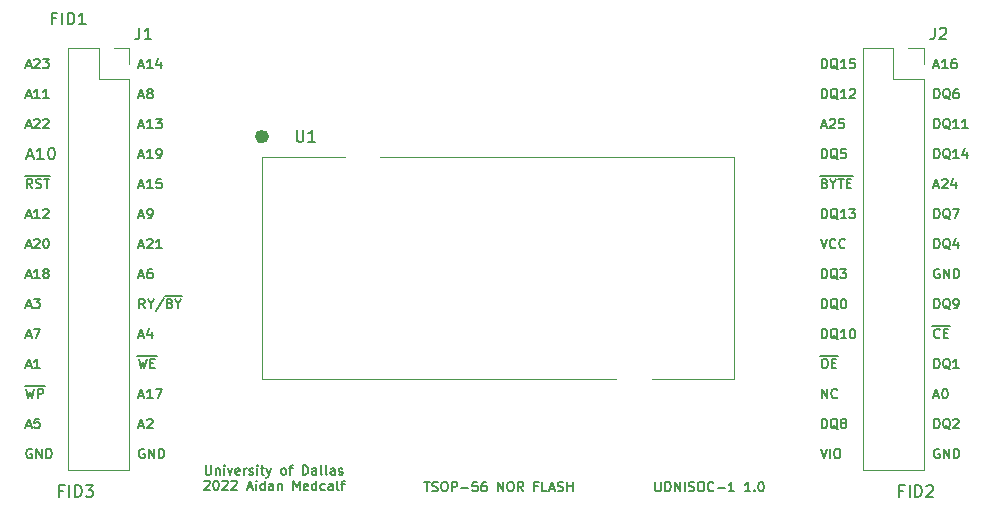
<source format=gbr>
%TF.GenerationSoftware,KiCad,Pcbnew,(6.0.2-0)*%
%TF.CreationDate,2022-04-19T20:24:01-05:00*%
%TF.ProjectId,UDNISOC-1,55444e49-534f-4432-9d31-2e6b69636164,rev?*%
%TF.SameCoordinates,Original*%
%TF.FileFunction,Legend,Top*%
%TF.FilePolarity,Positive*%
%FSLAX46Y46*%
G04 Gerber Fmt 4.6, Leading zero omitted, Abs format (unit mm)*
G04 Created by KiCad (PCBNEW (6.0.2-0)) date 2022-04-19 20:24:01*
%MOMM*%
%LPD*%
G01*
G04 APERTURE LIST*
%ADD10C,0.150000*%
%ADD11C,0.120000*%
%ADD12C,0.598516*%
G04 APERTURE END LIST*
D10*
X200947976Y-105771904D02*
X200947976Y-104971904D01*
X201138452Y-104971904D01*
X201252738Y-105010000D01*
X201328928Y-105086190D01*
X201367023Y-105162380D01*
X201405119Y-105314761D01*
X201405119Y-105429047D01*
X201367023Y-105581428D01*
X201328928Y-105657619D01*
X201252738Y-105733809D01*
X201138452Y-105771904D01*
X200947976Y-105771904D01*
X202281309Y-105848095D02*
X202205119Y-105810000D01*
X202128928Y-105733809D01*
X202014642Y-105619523D01*
X201938452Y-105581428D01*
X201862261Y-105581428D01*
X201900357Y-105771904D02*
X201824166Y-105733809D01*
X201747976Y-105657619D01*
X201709880Y-105505238D01*
X201709880Y-105238571D01*
X201747976Y-105086190D01*
X201824166Y-105010000D01*
X201900357Y-104971904D01*
X202052738Y-104971904D01*
X202128928Y-105010000D01*
X202205119Y-105086190D01*
X202243214Y-105238571D01*
X202243214Y-105505238D01*
X202205119Y-105657619D01*
X202128928Y-105733809D01*
X202052738Y-105771904D01*
X201900357Y-105771904D01*
X203005119Y-105771904D02*
X202547976Y-105771904D01*
X202776547Y-105771904D02*
X202776547Y-104971904D01*
X202700357Y-105086190D01*
X202624166Y-105162380D01*
X202547976Y-105200476D01*
X133599880Y-97923333D02*
X133980833Y-97923333D01*
X133523690Y-98151904D02*
X133790357Y-97351904D01*
X134057023Y-98151904D01*
X134666547Y-97351904D02*
X134514166Y-97351904D01*
X134437976Y-97390000D01*
X134399880Y-97428095D01*
X134323690Y-97542380D01*
X134285595Y-97694761D01*
X134285595Y-97999523D01*
X134323690Y-98075714D01*
X134361785Y-98113809D01*
X134437976Y-98151904D01*
X134590357Y-98151904D01*
X134666547Y-98113809D01*
X134704642Y-98075714D01*
X134742738Y-97999523D01*
X134742738Y-97809047D01*
X134704642Y-97732857D01*
X134666547Y-97694761D01*
X134590357Y-97656666D01*
X134437976Y-97656666D01*
X134361785Y-97694761D01*
X134323690Y-97732857D01*
X134285595Y-97809047D01*
X133599880Y-90303333D02*
X133980833Y-90303333D01*
X133523690Y-90531904D02*
X133790357Y-89731904D01*
X134057023Y-90531904D01*
X134742738Y-90531904D02*
X134285595Y-90531904D01*
X134514166Y-90531904D02*
X134514166Y-89731904D01*
X134437976Y-89846190D01*
X134361785Y-89922380D01*
X134285595Y-89960476D01*
X135466547Y-89731904D02*
X135085595Y-89731904D01*
X135047500Y-90112857D01*
X135085595Y-90074761D01*
X135161785Y-90036666D01*
X135352261Y-90036666D01*
X135428452Y-90074761D01*
X135466547Y-90112857D01*
X135504642Y-90189047D01*
X135504642Y-90379523D01*
X135466547Y-90455714D01*
X135428452Y-90493809D01*
X135352261Y-90531904D01*
X135161785Y-90531904D01*
X135085595Y-90493809D01*
X135047500Y-90455714D01*
X134057023Y-112630000D02*
X133980833Y-112591904D01*
X133866547Y-112591904D01*
X133752261Y-112630000D01*
X133676071Y-112706190D01*
X133637976Y-112782380D01*
X133599880Y-112934761D01*
X133599880Y-113049047D01*
X133637976Y-113201428D01*
X133676071Y-113277619D01*
X133752261Y-113353809D01*
X133866547Y-113391904D01*
X133942738Y-113391904D01*
X134057023Y-113353809D01*
X134095119Y-113315714D01*
X134095119Y-113049047D01*
X133942738Y-113049047D01*
X134437976Y-113391904D02*
X134437976Y-112591904D01*
X134895119Y-113391904D01*
X134895119Y-112591904D01*
X135276071Y-113391904D02*
X135276071Y-112591904D01*
X135466547Y-112591904D01*
X135580833Y-112630000D01*
X135657023Y-112706190D01*
X135695119Y-112782380D01*
X135733214Y-112934761D01*
X135733214Y-113049047D01*
X135695119Y-113201428D01*
X135657023Y-113277619D01*
X135580833Y-113353809D01*
X135466547Y-113391904D01*
X135276071Y-113391904D01*
X191422976Y-82911904D02*
X191422976Y-82111904D01*
X191613452Y-82111904D01*
X191727738Y-82150000D01*
X191803928Y-82226190D01*
X191842023Y-82302380D01*
X191880119Y-82454761D01*
X191880119Y-82569047D01*
X191842023Y-82721428D01*
X191803928Y-82797619D01*
X191727738Y-82873809D01*
X191613452Y-82911904D01*
X191422976Y-82911904D01*
X192756309Y-82988095D02*
X192680119Y-82950000D01*
X192603928Y-82873809D01*
X192489642Y-82759523D01*
X192413452Y-82721428D01*
X192337261Y-82721428D01*
X192375357Y-82911904D02*
X192299166Y-82873809D01*
X192222976Y-82797619D01*
X192184880Y-82645238D01*
X192184880Y-82378571D01*
X192222976Y-82226190D01*
X192299166Y-82150000D01*
X192375357Y-82111904D01*
X192527738Y-82111904D01*
X192603928Y-82150000D01*
X192680119Y-82226190D01*
X192718214Y-82378571D01*
X192718214Y-82645238D01*
X192680119Y-82797619D01*
X192603928Y-82873809D01*
X192527738Y-82911904D01*
X192375357Y-82911904D01*
X193480119Y-82911904D02*
X193022976Y-82911904D01*
X193251547Y-82911904D02*
X193251547Y-82111904D01*
X193175357Y-82226190D01*
X193099166Y-82302380D01*
X193022976Y-82340476D01*
X193784880Y-82188095D02*
X193822976Y-82150000D01*
X193899166Y-82111904D01*
X194089642Y-82111904D01*
X194165833Y-82150000D01*
X194203928Y-82188095D01*
X194242023Y-82264285D01*
X194242023Y-82340476D01*
X194203928Y-82454761D01*
X193746785Y-82911904D01*
X194242023Y-82911904D01*
X124059880Y-82673333D02*
X124440833Y-82673333D01*
X123983690Y-82901904D02*
X124250357Y-82101904D01*
X124517023Y-82901904D01*
X125202738Y-82901904D02*
X124745595Y-82901904D01*
X124974166Y-82901904D02*
X124974166Y-82101904D01*
X124897976Y-82216190D01*
X124821785Y-82292380D01*
X124745595Y-82330476D01*
X125964642Y-82901904D02*
X125507500Y-82901904D01*
X125736071Y-82901904D02*
X125736071Y-82101904D01*
X125659880Y-82216190D01*
X125583690Y-82292380D01*
X125507500Y-82330476D01*
X191422976Y-87991904D02*
X191422976Y-87191904D01*
X191613452Y-87191904D01*
X191727738Y-87230000D01*
X191803928Y-87306190D01*
X191842023Y-87382380D01*
X191880119Y-87534761D01*
X191880119Y-87649047D01*
X191842023Y-87801428D01*
X191803928Y-87877619D01*
X191727738Y-87953809D01*
X191613452Y-87991904D01*
X191422976Y-87991904D01*
X192756309Y-88068095D02*
X192680119Y-88030000D01*
X192603928Y-87953809D01*
X192489642Y-87839523D01*
X192413452Y-87801428D01*
X192337261Y-87801428D01*
X192375357Y-87991904D02*
X192299166Y-87953809D01*
X192222976Y-87877619D01*
X192184880Y-87725238D01*
X192184880Y-87458571D01*
X192222976Y-87306190D01*
X192299166Y-87230000D01*
X192375357Y-87191904D01*
X192527738Y-87191904D01*
X192603928Y-87230000D01*
X192680119Y-87306190D01*
X192718214Y-87458571D01*
X192718214Y-87725238D01*
X192680119Y-87877619D01*
X192603928Y-87953809D01*
X192527738Y-87991904D01*
X192375357Y-87991904D01*
X193442023Y-87191904D02*
X193061071Y-87191904D01*
X193022976Y-87572857D01*
X193061071Y-87534761D01*
X193137261Y-87496666D01*
X193327738Y-87496666D01*
X193403928Y-87534761D01*
X193442023Y-87572857D01*
X193480119Y-87649047D01*
X193480119Y-87839523D01*
X193442023Y-87915714D01*
X193403928Y-87953809D01*
X193327738Y-87991904D01*
X193137261Y-87991904D01*
X193061071Y-87953809D01*
X193022976Y-87915714D01*
X124059880Y-97913333D02*
X124440833Y-97913333D01*
X123983690Y-98141904D02*
X124250357Y-97341904D01*
X124517023Y-98141904D01*
X125202738Y-98141904D02*
X124745595Y-98141904D01*
X124974166Y-98141904D02*
X124974166Y-97341904D01*
X124897976Y-97456190D01*
X124821785Y-97532380D01*
X124745595Y-97570476D01*
X125659880Y-97684761D02*
X125583690Y-97646666D01*
X125545595Y-97608571D01*
X125507500Y-97532380D01*
X125507500Y-97494285D01*
X125545595Y-97418095D01*
X125583690Y-97380000D01*
X125659880Y-97341904D01*
X125812261Y-97341904D01*
X125888452Y-97380000D01*
X125926547Y-97418095D01*
X125964642Y-97494285D01*
X125964642Y-97532380D01*
X125926547Y-97608571D01*
X125888452Y-97646666D01*
X125812261Y-97684761D01*
X125659880Y-97684761D01*
X125583690Y-97722857D01*
X125545595Y-97760952D01*
X125507500Y-97837142D01*
X125507500Y-97989523D01*
X125545595Y-98065714D01*
X125583690Y-98103809D01*
X125659880Y-98141904D01*
X125812261Y-98141904D01*
X125888452Y-98103809D01*
X125926547Y-98065714D01*
X125964642Y-97989523D01*
X125964642Y-97837142D01*
X125926547Y-97760952D01*
X125888452Y-97722857D01*
X125812261Y-97684761D01*
X191422976Y-80371904D02*
X191422976Y-79571904D01*
X191613452Y-79571904D01*
X191727738Y-79610000D01*
X191803928Y-79686190D01*
X191842023Y-79762380D01*
X191880119Y-79914761D01*
X191880119Y-80029047D01*
X191842023Y-80181428D01*
X191803928Y-80257619D01*
X191727738Y-80333809D01*
X191613452Y-80371904D01*
X191422976Y-80371904D01*
X192756309Y-80448095D02*
X192680119Y-80410000D01*
X192603928Y-80333809D01*
X192489642Y-80219523D01*
X192413452Y-80181428D01*
X192337261Y-80181428D01*
X192375357Y-80371904D02*
X192299166Y-80333809D01*
X192222976Y-80257619D01*
X192184880Y-80105238D01*
X192184880Y-79838571D01*
X192222976Y-79686190D01*
X192299166Y-79610000D01*
X192375357Y-79571904D01*
X192527738Y-79571904D01*
X192603928Y-79610000D01*
X192680119Y-79686190D01*
X192718214Y-79838571D01*
X192718214Y-80105238D01*
X192680119Y-80257619D01*
X192603928Y-80333809D01*
X192527738Y-80371904D01*
X192375357Y-80371904D01*
X193480119Y-80371904D02*
X193022976Y-80371904D01*
X193251547Y-80371904D02*
X193251547Y-79571904D01*
X193175357Y-79686190D01*
X193099166Y-79762380D01*
X193022976Y-79800476D01*
X194203928Y-79571904D02*
X193822976Y-79571904D01*
X193784880Y-79952857D01*
X193822976Y-79914761D01*
X193899166Y-79876666D01*
X194089642Y-79876666D01*
X194165833Y-79914761D01*
X194203928Y-79952857D01*
X194242023Y-80029047D01*
X194242023Y-80219523D01*
X194203928Y-80295714D01*
X194165833Y-80333809D01*
X194089642Y-80371904D01*
X193899166Y-80371904D01*
X193822976Y-80333809D01*
X193784880Y-80295714D01*
X200947976Y-87991904D02*
X200947976Y-87191904D01*
X201138452Y-87191904D01*
X201252738Y-87230000D01*
X201328928Y-87306190D01*
X201367023Y-87382380D01*
X201405119Y-87534761D01*
X201405119Y-87649047D01*
X201367023Y-87801428D01*
X201328928Y-87877619D01*
X201252738Y-87953809D01*
X201138452Y-87991904D01*
X200947976Y-87991904D01*
X202281309Y-88068095D02*
X202205119Y-88030000D01*
X202128928Y-87953809D01*
X202014642Y-87839523D01*
X201938452Y-87801428D01*
X201862261Y-87801428D01*
X201900357Y-87991904D02*
X201824166Y-87953809D01*
X201747976Y-87877619D01*
X201709880Y-87725238D01*
X201709880Y-87458571D01*
X201747976Y-87306190D01*
X201824166Y-87230000D01*
X201900357Y-87191904D01*
X202052738Y-87191904D01*
X202128928Y-87230000D01*
X202205119Y-87306190D01*
X202243214Y-87458571D01*
X202243214Y-87725238D01*
X202205119Y-87877619D01*
X202128928Y-87953809D01*
X202052738Y-87991904D01*
X201900357Y-87991904D01*
X203005119Y-87991904D02*
X202547976Y-87991904D01*
X202776547Y-87991904D02*
X202776547Y-87191904D01*
X202700357Y-87306190D01*
X202624166Y-87382380D01*
X202547976Y-87420476D01*
X203690833Y-87458571D02*
X203690833Y-87991904D01*
X203500357Y-87153809D02*
X203309880Y-87725238D01*
X203805119Y-87725238D01*
X191384880Y-85223333D02*
X191765833Y-85223333D01*
X191308690Y-85451904D02*
X191575357Y-84651904D01*
X191842023Y-85451904D01*
X192070595Y-84728095D02*
X192108690Y-84690000D01*
X192184880Y-84651904D01*
X192375357Y-84651904D01*
X192451547Y-84690000D01*
X192489642Y-84728095D01*
X192527738Y-84804285D01*
X192527738Y-84880476D01*
X192489642Y-84994761D01*
X192032500Y-85451904D01*
X192527738Y-85451904D01*
X193251547Y-84651904D02*
X192870595Y-84651904D01*
X192832500Y-85032857D01*
X192870595Y-84994761D01*
X192946785Y-84956666D01*
X193137261Y-84956666D01*
X193213452Y-84994761D01*
X193251547Y-85032857D01*
X193289642Y-85109047D01*
X193289642Y-85299523D01*
X193251547Y-85375714D01*
X193213452Y-85413809D01*
X193137261Y-85451904D01*
X192946785Y-85451904D01*
X192870595Y-85413809D01*
X192832500Y-85375714D01*
X191422976Y-93071904D02*
X191422976Y-92271904D01*
X191613452Y-92271904D01*
X191727738Y-92310000D01*
X191803928Y-92386190D01*
X191842023Y-92462380D01*
X191880119Y-92614761D01*
X191880119Y-92729047D01*
X191842023Y-92881428D01*
X191803928Y-92957619D01*
X191727738Y-93033809D01*
X191613452Y-93071904D01*
X191422976Y-93071904D01*
X192756309Y-93148095D02*
X192680119Y-93110000D01*
X192603928Y-93033809D01*
X192489642Y-92919523D01*
X192413452Y-92881428D01*
X192337261Y-92881428D01*
X192375357Y-93071904D02*
X192299166Y-93033809D01*
X192222976Y-92957619D01*
X192184880Y-92805238D01*
X192184880Y-92538571D01*
X192222976Y-92386190D01*
X192299166Y-92310000D01*
X192375357Y-92271904D01*
X192527738Y-92271904D01*
X192603928Y-92310000D01*
X192680119Y-92386190D01*
X192718214Y-92538571D01*
X192718214Y-92805238D01*
X192680119Y-92957619D01*
X192603928Y-93033809D01*
X192527738Y-93071904D01*
X192375357Y-93071904D01*
X193480119Y-93071904D02*
X193022976Y-93071904D01*
X193251547Y-93071904D02*
X193251547Y-92271904D01*
X193175357Y-92386190D01*
X193099166Y-92462380D01*
X193022976Y-92500476D01*
X193746785Y-92271904D02*
X194242023Y-92271904D01*
X193975357Y-92576666D01*
X194089642Y-92576666D01*
X194165833Y-92614761D01*
X194203928Y-92652857D01*
X194242023Y-92729047D01*
X194242023Y-92919523D01*
X194203928Y-92995714D01*
X194165833Y-93033809D01*
X194089642Y-93071904D01*
X193861071Y-93071904D01*
X193784880Y-93033809D01*
X193746785Y-92995714D01*
X200947976Y-85451904D02*
X200947976Y-84651904D01*
X201138452Y-84651904D01*
X201252738Y-84690000D01*
X201328928Y-84766190D01*
X201367023Y-84842380D01*
X201405119Y-84994761D01*
X201405119Y-85109047D01*
X201367023Y-85261428D01*
X201328928Y-85337619D01*
X201252738Y-85413809D01*
X201138452Y-85451904D01*
X200947976Y-85451904D01*
X202281309Y-85528095D02*
X202205119Y-85490000D01*
X202128928Y-85413809D01*
X202014642Y-85299523D01*
X201938452Y-85261428D01*
X201862261Y-85261428D01*
X201900357Y-85451904D02*
X201824166Y-85413809D01*
X201747976Y-85337619D01*
X201709880Y-85185238D01*
X201709880Y-84918571D01*
X201747976Y-84766190D01*
X201824166Y-84690000D01*
X201900357Y-84651904D01*
X202052738Y-84651904D01*
X202128928Y-84690000D01*
X202205119Y-84766190D01*
X202243214Y-84918571D01*
X202243214Y-85185238D01*
X202205119Y-85337619D01*
X202128928Y-85413809D01*
X202052738Y-85451904D01*
X201900357Y-85451904D01*
X203005119Y-85451904D02*
X202547976Y-85451904D01*
X202776547Y-85451904D02*
X202776547Y-84651904D01*
X202700357Y-84766190D01*
X202624166Y-84842380D01*
X202547976Y-84880476D01*
X203767023Y-85451904D02*
X203309880Y-85451904D01*
X203538452Y-85451904D02*
X203538452Y-84651904D01*
X203462261Y-84766190D01*
X203386071Y-84842380D01*
X203309880Y-84880476D01*
X201367023Y-97390000D02*
X201290833Y-97351904D01*
X201176547Y-97351904D01*
X201062261Y-97390000D01*
X200986071Y-97466190D01*
X200947976Y-97542380D01*
X200909880Y-97694761D01*
X200909880Y-97809047D01*
X200947976Y-97961428D01*
X200986071Y-98037619D01*
X201062261Y-98113809D01*
X201176547Y-98151904D01*
X201252738Y-98151904D01*
X201367023Y-98113809D01*
X201405119Y-98075714D01*
X201405119Y-97809047D01*
X201252738Y-97809047D01*
X201747976Y-98151904D02*
X201747976Y-97351904D01*
X202205119Y-98151904D01*
X202205119Y-97351904D01*
X202586071Y-98151904D02*
X202586071Y-97351904D01*
X202776547Y-97351904D01*
X202890833Y-97390000D01*
X202967023Y-97466190D01*
X203005119Y-97542380D01*
X203043214Y-97694761D01*
X203043214Y-97809047D01*
X203005119Y-97961428D01*
X202967023Y-98037619D01*
X202890833Y-98113809D01*
X202776547Y-98151904D01*
X202586071Y-98151904D01*
X200909880Y-90303333D02*
X201290833Y-90303333D01*
X200833690Y-90531904D02*
X201100357Y-89731904D01*
X201367023Y-90531904D01*
X201595595Y-89808095D02*
X201633690Y-89770000D01*
X201709880Y-89731904D01*
X201900357Y-89731904D01*
X201976547Y-89770000D01*
X202014642Y-89808095D01*
X202052738Y-89884285D01*
X202052738Y-89960476D01*
X202014642Y-90074761D01*
X201557500Y-90531904D01*
X202052738Y-90531904D01*
X202738452Y-89998571D02*
X202738452Y-90531904D01*
X202547976Y-89693809D02*
X202357500Y-90265238D01*
X202852738Y-90265238D01*
X191422976Y-108311904D02*
X191422976Y-107511904D01*
X191880119Y-108311904D01*
X191880119Y-107511904D01*
X192718214Y-108235714D02*
X192680119Y-108273809D01*
X192565833Y-108311904D01*
X192489642Y-108311904D01*
X192375357Y-108273809D01*
X192299166Y-108197619D01*
X192261071Y-108121428D01*
X192222976Y-107969047D01*
X192222976Y-107854761D01*
X192261071Y-107702380D01*
X192299166Y-107626190D01*
X192375357Y-107550000D01*
X192489642Y-107511904D01*
X192565833Y-107511904D01*
X192680119Y-107550000D01*
X192718214Y-107588095D01*
X133599880Y-80143333D02*
X133980833Y-80143333D01*
X133523690Y-80371904D02*
X133790357Y-79571904D01*
X134057023Y-80371904D01*
X134742738Y-80371904D02*
X134285595Y-80371904D01*
X134514166Y-80371904D02*
X134514166Y-79571904D01*
X134437976Y-79686190D01*
X134361785Y-79762380D01*
X134285595Y-79800476D01*
X135428452Y-79838571D02*
X135428452Y-80371904D01*
X135237976Y-79533809D02*
X135047500Y-80105238D01*
X135542738Y-80105238D01*
X133599880Y-103003333D02*
X133980833Y-103003333D01*
X133523690Y-103231904D02*
X133790357Y-102431904D01*
X134057023Y-103231904D01*
X134666547Y-102698571D02*
X134666547Y-103231904D01*
X134476071Y-102393809D02*
X134285595Y-102965238D01*
X134780833Y-102965238D01*
X191232500Y-89506000D02*
X192032500Y-89506000D01*
X191689642Y-90112857D02*
X191803928Y-90150952D01*
X191842023Y-90189047D01*
X191880119Y-90265238D01*
X191880119Y-90379523D01*
X191842023Y-90455714D01*
X191803928Y-90493809D01*
X191727738Y-90531904D01*
X191422976Y-90531904D01*
X191422976Y-89731904D01*
X191689642Y-89731904D01*
X191765833Y-89770000D01*
X191803928Y-89808095D01*
X191842023Y-89884285D01*
X191842023Y-89960476D01*
X191803928Y-90036666D01*
X191765833Y-90074761D01*
X191689642Y-90112857D01*
X191422976Y-90112857D01*
X192032500Y-89506000D02*
X192718214Y-89506000D01*
X192375357Y-90150952D02*
X192375357Y-90531904D01*
X192108690Y-89731904D02*
X192375357Y-90150952D01*
X192642023Y-89731904D01*
X192718214Y-89506000D02*
X193327738Y-89506000D01*
X192794404Y-89731904D02*
X193251547Y-89731904D01*
X193022976Y-90531904D02*
X193022976Y-89731904D01*
X193327738Y-89506000D02*
X194051547Y-89506000D01*
X193518214Y-90112857D02*
X193784880Y-90112857D01*
X193899166Y-90531904D02*
X193518214Y-90531904D01*
X193518214Y-89731904D01*
X193899166Y-89731904D01*
X133447500Y-104746000D02*
X134361785Y-104746000D01*
X133561785Y-104971904D02*
X133752261Y-105771904D01*
X133904642Y-105200476D01*
X134057023Y-105771904D01*
X134247500Y-104971904D01*
X134361785Y-104746000D02*
X135085595Y-104746000D01*
X134552261Y-105352857D02*
X134818928Y-105352857D01*
X134933214Y-105771904D02*
X134552261Y-105771904D01*
X134552261Y-104971904D01*
X134933214Y-104971904D01*
X200947976Y-110851904D02*
X200947976Y-110051904D01*
X201138452Y-110051904D01*
X201252738Y-110090000D01*
X201328928Y-110166190D01*
X201367023Y-110242380D01*
X201405119Y-110394761D01*
X201405119Y-110509047D01*
X201367023Y-110661428D01*
X201328928Y-110737619D01*
X201252738Y-110813809D01*
X201138452Y-110851904D01*
X200947976Y-110851904D01*
X202281309Y-110928095D02*
X202205119Y-110890000D01*
X202128928Y-110813809D01*
X202014642Y-110699523D01*
X201938452Y-110661428D01*
X201862261Y-110661428D01*
X201900357Y-110851904D02*
X201824166Y-110813809D01*
X201747976Y-110737619D01*
X201709880Y-110585238D01*
X201709880Y-110318571D01*
X201747976Y-110166190D01*
X201824166Y-110090000D01*
X201900357Y-110051904D01*
X202052738Y-110051904D01*
X202128928Y-110090000D01*
X202205119Y-110166190D01*
X202243214Y-110318571D01*
X202243214Y-110585238D01*
X202205119Y-110737619D01*
X202128928Y-110813809D01*
X202052738Y-110851904D01*
X201900357Y-110851904D01*
X202547976Y-110128095D02*
X202586071Y-110090000D01*
X202662261Y-110051904D01*
X202852738Y-110051904D01*
X202928928Y-110090000D01*
X202967023Y-110128095D01*
X203005119Y-110204285D01*
X203005119Y-110280476D01*
X202967023Y-110394761D01*
X202509880Y-110851904D01*
X203005119Y-110851904D01*
X177325976Y-115385904D02*
X177325976Y-116033523D01*
X177364071Y-116109714D01*
X177402166Y-116147809D01*
X177478357Y-116185904D01*
X177630738Y-116185904D01*
X177706928Y-116147809D01*
X177745023Y-116109714D01*
X177783119Y-116033523D01*
X177783119Y-115385904D01*
X178164071Y-116185904D02*
X178164071Y-115385904D01*
X178354547Y-115385904D01*
X178468833Y-115424000D01*
X178545023Y-115500190D01*
X178583119Y-115576380D01*
X178621214Y-115728761D01*
X178621214Y-115843047D01*
X178583119Y-115995428D01*
X178545023Y-116071619D01*
X178468833Y-116147809D01*
X178354547Y-116185904D01*
X178164071Y-116185904D01*
X178964071Y-116185904D02*
X178964071Y-115385904D01*
X179421214Y-116185904D01*
X179421214Y-115385904D01*
X179802166Y-116185904D02*
X179802166Y-115385904D01*
X180145023Y-116147809D02*
X180259309Y-116185904D01*
X180449785Y-116185904D01*
X180525976Y-116147809D01*
X180564071Y-116109714D01*
X180602166Y-116033523D01*
X180602166Y-115957333D01*
X180564071Y-115881142D01*
X180525976Y-115843047D01*
X180449785Y-115804952D01*
X180297404Y-115766857D01*
X180221214Y-115728761D01*
X180183119Y-115690666D01*
X180145023Y-115614476D01*
X180145023Y-115538285D01*
X180183119Y-115462095D01*
X180221214Y-115424000D01*
X180297404Y-115385904D01*
X180487880Y-115385904D01*
X180602166Y-115424000D01*
X181097404Y-115385904D02*
X181249785Y-115385904D01*
X181325976Y-115424000D01*
X181402166Y-115500190D01*
X181440261Y-115652571D01*
X181440261Y-115919238D01*
X181402166Y-116071619D01*
X181325976Y-116147809D01*
X181249785Y-116185904D01*
X181097404Y-116185904D01*
X181021214Y-116147809D01*
X180945023Y-116071619D01*
X180906928Y-115919238D01*
X180906928Y-115652571D01*
X180945023Y-115500190D01*
X181021214Y-115424000D01*
X181097404Y-115385904D01*
X182240261Y-116109714D02*
X182202166Y-116147809D01*
X182087880Y-116185904D01*
X182011690Y-116185904D01*
X181897404Y-116147809D01*
X181821214Y-116071619D01*
X181783119Y-115995428D01*
X181745023Y-115843047D01*
X181745023Y-115728761D01*
X181783119Y-115576380D01*
X181821214Y-115500190D01*
X181897404Y-115424000D01*
X182011690Y-115385904D01*
X182087880Y-115385904D01*
X182202166Y-115424000D01*
X182240261Y-115462095D01*
X182583119Y-115881142D02*
X183192642Y-115881142D01*
X183992642Y-116185904D02*
X183535500Y-116185904D01*
X183764071Y-116185904D02*
X183764071Y-115385904D01*
X183687880Y-115500190D01*
X183611690Y-115576380D01*
X183535500Y-115614476D01*
X185364071Y-116185904D02*
X184906928Y-116185904D01*
X185135500Y-116185904D02*
X185135500Y-115385904D01*
X185059309Y-115500190D01*
X184983119Y-115576380D01*
X184906928Y-115614476D01*
X185706928Y-116109714D02*
X185745023Y-116147809D01*
X185706928Y-116185904D01*
X185668833Y-116147809D01*
X185706928Y-116109714D01*
X185706928Y-116185904D01*
X186240261Y-115385904D02*
X186316452Y-115385904D01*
X186392642Y-115424000D01*
X186430738Y-115462095D01*
X186468833Y-115538285D01*
X186506928Y-115690666D01*
X186506928Y-115881142D01*
X186468833Y-116033523D01*
X186430738Y-116109714D01*
X186392642Y-116147809D01*
X186316452Y-116185904D01*
X186240261Y-116185904D01*
X186164071Y-116147809D01*
X186125976Y-116109714D01*
X186087880Y-116033523D01*
X186049785Y-115881142D01*
X186049785Y-115690666D01*
X186087880Y-115538285D01*
X186125976Y-115462095D01*
X186164071Y-115424000D01*
X186240261Y-115385904D01*
X124059880Y-105533333D02*
X124440833Y-105533333D01*
X123983690Y-105761904D02*
X124250357Y-104961904D01*
X124517023Y-105761904D01*
X125202738Y-105761904D02*
X124745595Y-105761904D01*
X124974166Y-105761904D02*
X124974166Y-104961904D01*
X124897976Y-105076190D01*
X124821785Y-105152380D01*
X124745595Y-105190476D01*
X201367023Y-112630000D02*
X201290833Y-112591904D01*
X201176547Y-112591904D01*
X201062261Y-112630000D01*
X200986071Y-112706190D01*
X200947976Y-112782380D01*
X200909880Y-112934761D01*
X200909880Y-113049047D01*
X200947976Y-113201428D01*
X200986071Y-113277619D01*
X201062261Y-113353809D01*
X201176547Y-113391904D01*
X201252738Y-113391904D01*
X201367023Y-113353809D01*
X201405119Y-113315714D01*
X201405119Y-113049047D01*
X201252738Y-113049047D01*
X201747976Y-113391904D02*
X201747976Y-112591904D01*
X202205119Y-113391904D01*
X202205119Y-112591904D01*
X202586071Y-113391904D02*
X202586071Y-112591904D01*
X202776547Y-112591904D01*
X202890833Y-112630000D01*
X202967023Y-112706190D01*
X203005119Y-112782380D01*
X203043214Y-112934761D01*
X203043214Y-113049047D01*
X203005119Y-113201428D01*
X202967023Y-113277619D01*
X202890833Y-113353809D01*
X202776547Y-113391904D01*
X202586071Y-113391904D01*
X123907500Y-89496000D02*
X124707500Y-89496000D01*
X124555119Y-90521904D02*
X124288452Y-90140952D01*
X124097976Y-90521904D02*
X124097976Y-89721904D01*
X124402738Y-89721904D01*
X124478928Y-89760000D01*
X124517023Y-89798095D01*
X124555119Y-89874285D01*
X124555119Y-89988571D01*
X124517023Y-90064761D01*
X124478928Y-90102857D01*
X124402738Y-90140952D01*
X124097976Y-90140952D01*
X124707500Y-89496000D02*
X125469404Y-89496000D01*
X124859880Y-90483809D02*
X124974166Y-90521904D01*
X125164642Y-90521904D01*
X125240833Y-90483809D01*
X125278928Y-90445714D01*
X125317023Y-90369523D01*
X125317023Y-90293333D01*
X125278928Y-90217142D01*
X125240833Y-90179047D01*
X125164642Y-90140952D01*
X125012261Y-90102857D01*
X124936071Y-90064761D01*
X124897976Y-90026666D01*
X124859880Y-89950476D01*
X124859880Y-89874285D01*
X124897976Y-89798095D01*
X124936071Y-89760000D01*
X125012261Y-89721904D01*
X125202738Y-89721904D01*
X125317023Y-89760000D01*
X125469404Y-89496000D02*
X126078928Y-89496000D01*
X125545595Y-89721904D02*
X126002738Y-89721904D01*
X125774166Y-90521904D02*
X125774166Y-89721904D01*
X157741142Y-115385904D02*
X158198285Y-115385904D01*
X157969714Y-116185904D02*
X157969714Y-115385904D01*
X158426857Y-116147809D02*
X158541142Y-116185904D01*
X158731619Y-116185904D01*
X158807809Y-116147809D01*
X158845904Y-116109714D01*
X158884000Y-116033523D01*
X158884000Y-115957333D01*
X158845904Y-115881142D01*
X158807809Y-115843047D01*
X158731619Y-115804952D01*
X158579238Y-115766857D01*
X158503047Y-115728761D01*
X158464952Y-115690666D01*
X158426857Y-115614476D01*
X158426857Y-115538285D01*
X158464952Y-115462095D01*
X158503047Y-115424000D01*
X158579238Y-115385904D01*
X158769714Y-115385904D01*
X158884000Y-115424000D01*
X159379238Y-115385904D02*
X159531619Y-115385904D01*
X159607809Y-115424000D01*
X159684000Y-115500190D01*
X159722095Y-115652571D01*
X159722095Y-115919238D01*
X159684000Y-116071619D01*
X159607809Y-116147809D01*
X159531619Y-116185904D01*
X159379238Y-116185904D01*
X159303047Y-116147809D01*
X159226857Y-116071619D01*
X159188761Y-115919238D01*
X159188761Y-115652571D01*
X159226857Y-115500190D01*
X159303047Y-115424000D01*
X159379238Y-115385904D01*
X160064952Y-116185904D02*
X160064952Y-115385904D01*
X160369714Y-115385904D01*
X160445904Y-115424000D01*
X160484000Y-115462095D01*
X160522095Y-115538285D01*
X160522095Y-115652571D01*
X160484000Y-115728761D01*
X160445904Y-115766857D01*
X160369714Y-115804952D01*
X160064952Y-115804952D01*
X160864952Y-115881142D02*
X161474476Y-115881142D01*
X162236380Y-115385904D02*
X161855428Y-115385904D01*
X161817333Y-115766857D01*
X161855428Y-115728761D01*
X161931619Y-115690666D01*
X162122095Y-115690666D01*
X162198285Y-115728761D01*
X162236380Y-115766857D01*
X162274476Y-115843047D01*
X162274476Y-116033523D01*
X162236380Y-116109714D01*
X162198285Y-116147809D01*
X162122095Y-116185904D01*
X161931619Y-116185904D01*
X161855428Y-116147809D01*
X161817333Y-116109714D01*
X162960190Y-115385904D02*
X162807809Y-115385904D01*
X162731619Y-115424000D01*
X162693523Y-115462095D01*
X162617333Y-115576380D01*
X162579238Y-115728761D01*
X162579238Y-116033523D01*
X162617333Y-116109714D01*
X162655428Y-116147809D01*
X162731619Y-116185904D01*
X162884000Y-116185904D01*
X162960190Y-116147809D01*
X162998285Y-116109714D01*
X163036380Y-116033523D01*
X163036380Y-115843047D01*
X162998285Y-115766857D01*
X162960190Y-115728761D01*
X162884000Y-115690666D01*
X162731619Y-115690666D01*
X162655428Y-115728761D01*
X162617333Y-115766857D01*
X162579238Y-115843047D01*
X163988761Y-116185904D02*
X163988761Y-115385904D01*
X164445904Y-116185904D01*
X164445904Y-115385904D01*
X164979238Y-115385904D02*
X165131619Y-115385904D01*
X165207809Y-115424000D01*
X165284000Y-115500190D01*
X165322095Y-115652571D01*
X165322095Y-115919238D01*
X165284000Y-116071619D01*
X165207809Y-116147809D01*
X165131619Y-116185904D01*
X164979238Y-116185904D01*
X164903047Y-116147809D01*
X164826857Y-116071619D01*
X164788761Y-115919238D01*
X164788761Y-115652571D01*
X164826857Y-115500190D01*
X164903047Y-115424000D01*
X164979238Y-115385904D01*
X166122095Y-116185904D02*
X165855428Y-115804952D01*
X165664952Y-116185904D02*
X165664952Y-115385904D01*
X165969714Y-115385904D01*
X166045904Y-115424000D01*
X166084000Y-115462095D01*
X166122095Y-115538285D01*
X166122095Y-115652571D01*
X166084000Y-115728761D01*
X166045904Y-115766857D01*
X165969714Y-115804952D01*
X165664952Y-115804952D01*
X167341142Y-115766857D02*
X167074476Y-115766857D01*
X167074476Y-116185904D02*
X167074476Y-115385904D01*
X167455428Y-115385904D01*
X168141142Y-116185904D02*
X167760190Y-116185904D01*
X167760190Y-115385904D01*
X168369714Y-115957333D02*
X168750666Y-115957333D01*
X168293523Y-116185904D02*
X168560190Y-115385904D01*
X168826857Y-116185904D01*
X169055428Y-116147809D02*
X169169714Y-116185904D01*
X169360190Y-116185904D01*
X169436380Y-116147809D01*
X169474476Y-116109714D01*
X169512571Y-116033523D01*
X169512571Y-115957333D01*
X169474476Y-115881142D01*
X169436380Y-115843047D01*
X169360190Y-115804952D01*
X169207809Y-115766857D01*
X169131619Y-115728761D01*
X169093523Y-115690666D01*
X169055428Y-115614476D01*
X169055428Y-115538285D01*
X169093523Y-115462095D01*
X169131619Y-115424000D01*
X169207809Y-115385904D01*
X169398285Y-115385904D01*
X169512571Y-115424000D01*
X169855428Y-116185904D02*
X169855428Y-115385904D01*
X169855428Y-115766857D02*
X170312571Y-115766857D01*
X170312571Y-116185904D02*
X170312571Y-115385904D01*
X133599880Y-95383333D02*
X133980833Y-95383333D01*
X133523690Y-95611904D02*
X133790357Y-94811904D01*
X134057023Y-95611904D01*
X134285595Y-94888095D02*
X134323690Y-94850000D01*
X134399880Y-94811904D01*
X134590357Y-94811904D01*
X134666547Y-94850000D01*
X134704642Y-94888095D01*
X134742738Y-94964285D01*
X134742738Y-95040476D01*
X134704642Y-95154761D01*
X134247500Y-95611904D01*
X134742738Y-95611904D01*
X135504642Y-95611904D02*
X135047500Y-95611904D01*
X135276071Y-95611904D02*
X135276071Y-94811904D01*
X135199880Y-94926190D01*
X135123690Y-95002380D01*
X135047500Y-95040476D01*
X191232500Y-104746000D02*
X192070595Y-104746000D01*
X191575357Y-104971904D02*
X191727738Y-104971904D01*
X191803928Y-105010000D01*
X191880119Y-105086190D01*
X191918214Y-105238571D01*
X191918214Y-105505238D01*
X191880119Y-105657619D01*
X191803928Y-105733809D01*
X191727738Y-105771904D01*
X191575357Y-105771904D01*
X191499166Y-105733809D01*
X191422976Y-105657619D01*
X191384880Y-105505238D01*
X191384880Y-105238571D01*
X191422976Y-105086190D01*
X191499166Y-105010000D01*
X191575357Y-104971904D01*
X192070595Y-104746000D02*
X192794404Y-104746000D01*
X192261071Y-105352857D02*
X192527738Y-105352857D01*
X192642023Y-105771904D02*
X192261071Y-105771904D01*
X192261071Y-104971904D01*
X192642023Y-104971904D01*
X191422976Y-100691904D02*
X191422976Y-99891904D01*
X191613452Y-99891904D01*
X191727738Y-99930000D01*
X191803928Y-100006190D01*
X191842023Y-100082380D01*
X191880119Y-100234761D01*
X191880119Y-100349047D01*
X191842023Y-100501428D01*
X191803928Y-100577619D01*
X191727738Y-100653809D01*
X191613452Y-100691904D01*
X191422976Y-100691904D01*
X192756309Y-100768095D02*
X192680119Y-100730000D01*
X192603928Y-100653809D01*
X192489642Y-100539523D01*
X192413452Y-100501428D01*
X192337261Y-100501428D01*
X192375357Y-100691904D02*
X192299166Y-100653809D01*
X192222976Y-100577619D01*
X192184880Y-100425238D01*
X192184880Y-100158571D01*
X192222976Y-100006190D01*
X192299166Y-99930000D01*
X192375357Y-99891904D01*
X192527738Y-99891904D01*
X192603928Y-99930000D01*
X192680119Y-100006190D01*
X192718214Y-100158571D01*
X192718214Y-100425238D01*
X192680119Y-100577619D01*
X192603928Y-100653809D01*
X192527738Y-100691904D01*
X192375357Y-100691904D01*
X193213452Y-99891904D02*
X193289642Y-99891904D01*
X193365833Y-99930000D01*
X193403928Y-99968095D01*
X193442023Y-100044285D01*
X193480119Y-100196666D01*
X193480119Y-100387142D01*
X193442023Y-100539523D01*
X193403928Y-100615714D01*
X193365833Y-100653809D01*
X193289642Y-100691904D01*
X193213452Y-100691904D01*
X193137261Y-100653809D01*
X193099166Y-100615714D01*
X193061071Y-100539523D01*
X193022976Y-100387142D01*
X193022976Y-100196666D01*
X193061071Y-100044285D01*
X193099166Y-99968095D01*
X193137261Y-99930000D01*
X193213452Y-99891904D01*
X200909880Y-80143333D02*
X201290833Y-80143333D01*
X200833690Y-80371904D02*
X201100357Y-79571904D01*
X201367023Y-80371904D01*
X202052738Y-80371904D02*
X201595595Y-80371904D01*
X201824166Y-80371904D02*
X201824166Y-79571904D01*
X201747976Y-79686190D01*
X201671785Y-79762380D01*
X201595595Y-79800476D01*
X202738452Y-79571904D02*
X202586071Y-79571904D01*
X202509880Y-79610000D01*
X202471785Y-79648095D01*
X202395595Y-79762380D01*
X202357500Y-79914761D01*
X202357500Y-80219523D01*
X202395595Y-80295714D01*
X202433690Y-80333809D01*
X202509880Y-80371904D01*
X202662261Y-80371904D01*
X202738452Y-80333809D01*
X202776547Y-80295714D01*
X202814642Y-80219523D01*
X202814642Y-80029047D01*
X202776547Y-79952857D01*
X202738452Y-79914761D01*
X202662261Y-79876666D01*
X202509880Y-79876666D01*
X202433690Y-79914761D01*
X202395595Y-79952857D01*
X202357500Y-80029047D01*
X191308690Y-112591904D02*
X191575357Y-113391904D01*
X191842023Y-112591904D01*
X192108690Y-113391904D02*
X192108690Y-112591904D01*
X192642023Y-112591904D02*
X192794404Y-112591904D01*
X192870595Y-112630000D01*
X192946785Y-112706190D01*
X192984880Y-112858571D01*
X192984880Y-113125238D01*
X192946785Y-113277619D01*
X192870595Y-113353809D01*
X192794404Y-113391904D01*
X192642023Y-113391904D01*
X192565833Y-113353809D01*
X192489642Y-113277619D01*
X192451547Y-113125238D01*
X192451547Y-112858571D01*
X192489642Y-112706190D01*
X192565833Y-112630000D01*
X192642023Y-112591904D01*
X124059880Y-80133333D02*
X124440833Y-80133333D01*
X123983690Y-80361904D02*
X124250357Y-79561904D01*
X124517023Y-80361904D01*
X124745595Y-79638095D02*
X124783690Y-79600000D01*
X124859880Y-79561904D01*
X125050357Y-79561904D01*
X125126547Y-79600000D01*
X125164642Y-79638095D01*
X125202738Y-79714285D01*
X125202738Y-79790476D01*
X125164642Y-79904761D01*
X124707500Y-80361904D01*
X125202738Y-80361904D01*
X125469404Y-79561904D02*
X125964642Y-79561904D01*
X125697976Y-79866666D01*
X125812261Y-79866666D01*
X125888452Y-79904761D01*
X125926547Y-79942857D01*
X125964642Y-80019047D01*
X125964642Y-80209523D01*
X125926547Y-80285714D01*
X125888452Y-80323809D01*
X125812261Y-80361904D01*
X125583690Y-80361904D01*
X125507500Y-80323809D01*
X125469404Y-80285714D01*
X124059880Y-95373333D02*
X124440833Y-95373333D01*
X123983690Y-95601904D02*
X124250357Y-94801904D01*
X124517023Y-95601904D01*
X124745595Y-94878095D02*
X124783690Y-94840000D01*
X124859880Y-94801904D01*
X125050357Y-94801904D01*
X125126547Y-94840000D01*
X125164642Y-94878095D01*
X125202738Y-94954285D01*
X125202738Y-95030476D01*
X125164642Y-95144761D01*
X124707500Y-95601904D01*
X125202738Y-95601904D01*
X125697976Y-94801904D02*
X125774166Y-94801904D01*
X125850357Y-94840000D01*
X125888452Y-94878095D01*
X125926547Y-94954285D01*
X125964642Y-95106666D01*
X125964642Y-95297142D01*
X125926547Y-95449523D01*
X125888452Y-95525714D01*
X125850357Y-95563809D01*
X125774166Y-95601904D01*
X125697976Y-95601904D01*
X125621785Y-95563809D01*
X125583690Y-95525714D01*
X125545595Y-95449523D01*
X125507500Y-95297142D01*
X125507500Y-95106666D01*
X125545595Y-94954285D01*
X125583690Y-94878095D01*
X125621785Y-94840000D01*
X125697976Y-94801904D01*
X124517023Y-112620000D02*
X124440833Y-112581904D01*
X124326547Y-112581904D01*
X124212261Y-112620000D01*
X124136071Y-112696190D01*
X124097976Y-112772380D01*
X124059880Y-112924761D01*
X124059880Y-113039047D01*
X124097976Y-113191428D01*
X124136071Y-113267619D01*
X124212261Y-113343809D01*
X124326547Y-113381904D01*
X124402738Y-113381904D01*
X124517023Y-113343809D01*
X124555119Y-113305714D01*
X124555119Y-113039047D01*
X124402738Y-113039047D01*
X124897976Y-113381904D02*
X124897976Y-112581904D01*
X125355119Y-113381904D01*
X125355119Y-112581904D01*
X125736071Y-113381904D02*
X125736071Y-112581904D01*
X125926547Y-112581904D01*
X126040833Y-112620000D01*
X126117023Y-112696190D01*
X126155119Y-112772380D01*
X126193214Y-112924761D01*
X126193214Y-113039047D01*
X126155119Y-113191428D01*
X126117023Y-113267619D01*
X126040833Y-113343809D01*
X125926547Y-113381904D01*
X125736071Y-113381904D01*
X200947976Y-100691904D02*
X200947976Y-99891904D01*
X201138452Y-99891904D01*
X201252738Y-99930000D01*
X201328928Y-100006190D01*
X201367023Y-100082380D01*
X201405119Y-100234761D01*
X201405119Y-100349047D01*
X201367023Y-100501428D01*
X201328928Y-100577619D01*
X201252738Y-100653809D01*
X201138452Y-100691904D01*
X200947976Y-100691904D01*
X202281309Y-100768095D02*
X202205119Y-100730000D01*
X202128928Y-100653809D01*
X202014642Y-100539523D01*
X201938452Y-100501428D01*
X201862261Y-100501428D01*
X201900357Y-100691904D02*
X201824166Y-100653809D01*
X201747976Y-100577619D01*
X201709880Y-100425238D01*
X201709880Y-100158571D01*
X201747976Y-100006190D01*
X201824166Y-99930000D01*
X201900357Y-99891904D01*
X202052738Y-99891904D01*
X202128928Y-99930000D01*
X202205119Y-100006190D01*
X202243214Y-100158571D01*
X202243214Y-100425238D01*
X202205119Y-100577619D01*
X202128928Y-100653809D01*
X202052738Y-100691904D01*
X201900357Y-100691904D01*
X202624166Y-100691904D02*
X202776547Y-100691904D01*
X202852738Y-100653809D01*
X202890833Y-100615714D01*
X202967023Y-100501428D01*
X203005119Y-100349047D01*
X203005119Y-100044285D01*
X202967023Y-99968095D01*
X202928928Y-99930000D01*
X202852738Y-99891904D01*
X202700357Y-99891904D01*
X202624166Y-99930000D01*
X202586071Y-99968095D01*
X202547976Y-100044285D01*
X202547976Y-100234761D01*
X202586071Y-100310952D01*
X202624166Y-100349047D01*
X202700357Y-100387142D01*
X202852738Y-100387142D01*
X202928928Y-100349047D01*
X202967023Y-100310952D01*
X203005119Y-100234761D01*
X124059880Y-110613333D02*
X124440833Y-110613333D01*
X123983690Y-110841904D02*
X124250357Y-110041904D01*
X124517023Y-110841904D01*
X125164642Y-110041904D02*
X124783690Y-110041904D01*
X124745595Y-110422857D01*
X124783690Y-110384761D01*
X124859880Y-110346666D01*
X125050357Y-110346666D01*
X125126547Y-110384761D01*
X125164642Y-110422857D01*
X125202738Y-110499047D01*
X125202738Y-110689523D01*
X125164642Y-110765714D01*
X125126547Y-110803809D01*
X125050357Y-110841904D01*
X124859880Y-110841904D01*
X124783690Y-110803809D01*
X124745595Y-110765714D01*
X133599880Y-82683333D02*
X133980833Y-82683333D01*
X133523690Y-82911904D02*
X133790357Y-82111904D01*
X134057023Y-82911904D01*
X134437976Y-82454761D02*
X134361785Y-82416666D01*
X134323690Y-82378571D01*
X134285595Y-82302380D01*
X134285595Y-82264285D01*
X134323690Y-82188095D01*
X134361785Y-82150000D01*
X134437976Y-82111904D01*
X134590357Y-82111904D01*
X134666547Y-82150000D01*
X134704642Y-82188095D01*
X134742738Y-82264285D01*
X134742738Y-82302380D01*
X134704642Y-82378571D01*
X134666547Y-82416666D01*
X134590357Y-82454761D01*
X134437976Y-82454761D01*
X134361785Y-82492857D01*
X134323690Y-82530952D01*
X134285595Y-82607142D01*
X134285595Y-82759523D01*
X134323690Y-82835714D01*
X134361785Y-82873809D01*
X134437976Y-82911904D01*
X134590357Y-82911904D01*
X134666547Y-82873809D01*
X134704642Y-82835714D01*
X134742738Y-82759523D01*
X134742738Y-82607142D01*
X134704642Y-82530952D01*
X134666547Y-82492857D01*
X134590357Y-82454761D01*
X191422976Y-103231904D02*
X191422976Y-102431904D01*
X191613452Y-102431904D01*
X191727738Y-102470000D01*
X191803928Y-102546190D01*
X191842023Y-102622380D01*
X191880119Y-102774761D01*
X191880119Y-102889047D01*
X191842023Y-103041428D01*
X191803928Y-103117619D01*
X191727738Y-103193809D01*
X191613452Y-103231904D01*
X191422976Y-103231904D01*
X192756309Y-103308095D02*
X192680119Y-103270000D01*
X192603928Y-103193809D01*
X192489642Y-103079523D01*
X192413452Y-103041428D01*
X192337261Y-103041428D01*
X192375357Y-103231904D02*
X192299166Y-103193809D01*
X192222976Y-103117619D01*
X192184880Y-102965238D01*
X192184880Y-102698571D01*
X192222976Y-102546190D01*
X192299166Y-102470000D01*
X192375357Y-102431904D01*
X192527738Y-102431904D01*
X192603928Y-102470000D01*
X192680119Y-102546190D01*
X192718214Y-102698571D01*
X192718214Y-102965238D01*
X192680119Y-103117619D01*
X192603928Y-103193809D01*
X192527738Y-103231904D01*
X192375357Y-103231904D01*
X193480119Y-103231904D02*
X193022976Y-103231904D01*
X193251547Y-103231904D02*
X193251547Y-102431904D01*
X193175357Y-102546190D01*
X193099166Y-102622380D01*
X193022976Y-102660476D01*
X193975357Y-102431904D02*
X194051547Y-102431904D01*
X194127738Y-102470000D01*
X194165833Y-102508095D01*
X194203928Y-102584285D01*
X194242023Y-102736666D01*
X194242023Y-102927142D01*
X194203928Y-103079523D01*
X194165833Y-103155714D01*
X194127738Y-103193809D01*
X194051547Y-103231904D01*
X193975357Y-103231904D01*
X193899166Y-103193809D01*
X193861071Y-103155714D01*
X193822976Y-103079523D01*
X193784880Y-102927142D01*
X193784880Y-102736666D01*
X193822976Y-102584285D01*
X193861071Y-102508095D01*
X193899166Y-102470000D01*
X193975357Y-102431904D01*
X191422976Y-98151904D02*
X191422976Y-97351904D01*
X191613452Y-97351904D01*
X191727738Y-97390000D01*
X191803928Y-97466190D01*
X191842023Y-97542380D01*
X191880119Y-97694761D01*
X191880119Y-97809047D01*
X191842023Y-97961428D01*
X191803928Y-98037619D01*
X191727738Y-98113809D01*
X191613452Y-98151904D01*
X191422976Y-98151904D01*
X192756309Y-98228095D02*
X192680119Y-98190000D01*
X192603928Y-98113809D01*
X192489642Y-97999523D01*
X192413452Y-97961428D01*
X192337261Y-97961428D01*
X192375357Y-98151904D02*
X192299166Y-98113809D01*
X192222976Y-98037619D01*
X192184880Y-97885238D01*
X192184880Y-97618571D01*
X192222976Y-97466190D01*
X192299166Y-97390000D01*
X192375357Y-97351904D01*
X192527738Y-97351904D01*
X192603928Y-97390000D01*
X192680119Y-97466190D01*
X192718214Y-97618571D01*
X192718214Y-97885238D01*
X192680119Y-98037619D01*
X192603928Y-98113809D01*
X192527738Y-98151904D01*
X192375357Y-98151904D01*
X192984880Y-97351904D02*
X193480119Y-97351904D01*
X193213452Y-97656666D01*
X193327738Y-97656666D01*
X193403928Y-97694761D01*
X193442023Y-97732857D01*
X193480119Y-97809047D01*
X193480119Y-97999523D01*
X193442023Y-98075714D01*
X193403928Y-98113809D01*
X193327738Y-98151904D01*
X193099166Y-98151904D01*
X193022976Y-98113809D01*
X192984880Y-98075714D01*
X124059880Y-102993333D02*
X124440833Y-102993333D01*
X123983690Y-103221904D02*
X124250357Y-102421904D01*
X124517023Y-103221904D01*
X124707500Y-102421904D02*
X125240833Y-102421904D01*
X124897976Y-103221904D01*
X200947976Y-93071904D02*
X200947976Y-92271904D01*
X201138452Y-92271904D01*
X201252738Y-92310000D01*
X201328928Y-92386190D01*
X201367023Y-92462380D01*
X201405119Y-92614761D01*
X201405119Y-92729047D01*
X201367023Y-92881428D01*
X201328928Y-92957619D01*
X201252738Y-93033809D01*
X201138452Y-93071904D01*
X200947976Y-93071904D01*
X202281309Y-93148095D02*
X202205119Y-93110000D01*
X202128928Y-93033809D01*
X202014642Y-92919523D01*
X201938452Y-92881428D01*
X201862261Y-92881428D01*
X201900357Y-93071904D02*
X201824166Y-93033809D01*
X201747976Y-92957619D01*
X201709880Y-92805238D01*
X201709880Y-92538571D01*
X201747976Y-92386190D01*
X201824166Y-92310000D01*
X201900357Y-92271904D01*
X202052738Y-92271904D01*
X202128928Y-92310000D01*
X202205119Y-92386190D01*
X202243214Y-92538571D01*
X202243214Y-92805238D01*
X202205119Y-92957619D01*
X202128928Y-93033809D01*
X202052738Y-93071904D01*
X201900357Y-93071904D01*
X202509880Y-92271904D02*
X203043214Y-92271904D01*
X202700357Y-93071904D01*
X200947976Y-95611904D02*
X200947976Y-94811904D01*
X201138452Y-94811904D01*
X201252738Y-94850000D01*
X201328928Y-94926190D01*
X201367023Y-95002380D01*
X201405119Y-95154761D01*
X201405119Y-95269047D01*
X201367023Y-95421428D01*
X201328928Y-95497619D01*
X201252738Y-95573809D01*
X201138452Y-95611904D01*
X200947976Y-95611904D01*
X202281309Y-95688095D02*
X202205119Y-95650000D01*
X202128928Y-95573809D01*
X202014642Y-95459523D01*
X201938452Y-95421428D01*
X201862261Y-95421428D01*
X201900357Y-95611904D02*
X201824166Y-95573809D01*
X201747976Y-95497619D01*
X201709880Y-95345238D01*
X201709880Y-95078571D01*
X201747976Y-94926190D01*
X201824166Y-94850000D01*
X201900357Y-94811904D01*
X202052738Y-94811904D01*
X202128928Y-94850000D01*
X202205119Y-94926190D01*
X202243214Y-95078571D01*
X202243214Y-95345238D01*
X202205119Y-95497619D01*
X202128928Y-95573809D01*
X202052738Y-95611904D01*
X201900357Y-95611904D01*
X202928928Y-95078571D02*
X202928928Y-95611904D01*
X202738452Y-94773809D02*
X202547976Y-95345238D01*
X203043214Y-95345238D01*
X124059880Y-100453333D02*
X124440833Y-100453333D01*
X123983690Y-100681904D02*
X124250357Y-99881904D01*
X124517023Y-100681904D01*
X124707500Y-99881904D02*
X125202738Y-99881904D01*
X124936071Y-100186666D01*
X125050357Y-100186666D01*
X125126547Y-100224761D01*
X125164642Y-100262857D01*
X125202738Y-100339047D01*
X125202738Y-100529523D01*
X125164642Y-100605714D01*
X125126547Y-100643809D01*
X125050357Y-100681904D01*
X124821785Y-100681904D01*
X124745595Y-100643809D01*
X124707500Y-100605714D01*
X200947976Y-82911904D02*
X200947976Y-82111904D01*
X201138452Y-82111904D01*
X201252738Y-82150000D01*
X201328928Y-82226190D01*
X201367023Y-82302380D01*
X201405119Y-82454761D01*
X201405119Y-82569047D01*
X201367023Y-82721428D01*
X201328928Y-82797619D01*
X201252738Y-82873809D01*
X201138452Y-82911904D01*
X200947976Y-82911904D01*
X202281309Y-82988095D02*
X202205119Y-82950000D01*
X202128928Y-82873809D01*
X202014642Y-82759523D01*
X201938452Y-82721428D01*
X201862261Y-82721428D01*
X201900357Y-82911904D02*
X201824166Y-82873809D01*
X201747976Y-82797619D01*
X201709880Y-82645238D01*
X201709880Y-82378571D01*
X201747976Y-82226190D01*
X201824166Y-82150000D01*
X201900357Y-82111904D01*
X202052738Y-82111904D01*
X202128928Y-82150000D01*
X202205119Y-82226190D01*
X202243214Y-82378571D01*
X202243214Y-82645238D01*
X202205119Y-82797619D01*
X202128928Y-82873809D01*
X202052738Y-82911904D01*
X201900357Y-82911904D01*
X202928928Y-82111904D02*
X202776547Y-82111904D01*
X202700357Y-82150000D01*
X202662261Y-82188095D01*
X202586071Y-82302380D01*
X202547976Y-82454761D01*
X202547976Y-82759523D01*
X202586071Y-82835714D01*
X202624166Y-82873809D01*
X202700357Y-82911904D01*
X202852738Y-82911904D01*
X202928928Y-82873809D01*
X202967023Y-82835714D01*
X203005119Y-82759523D01*
X203005119Y-82569047D01*
X202967023Y-82492857D01*
X202928928Y-82454761D01*
X202852738Y-82416666D01*
X202700357Y-82416666D01*
X202624166Y-82454761D01*
X202586071Y-82492857D01*
X202547976Y-82569047D01*
X200909880Y-108083333D02*
X201290833Y-108083333D01*
X200833690Y-108311904D02*
X201100357Y-107511904D01*
X201367023Y-108311904D01*
X201786071Y-107511904D02*
X201862261Y-107511904D01*
X201938452Y-107550000D01*
X201976547Y-107588095D01*
X202014642Y-107664285D01*
X202052738Y-107816666D01*
X202052738Y-108007142D01*
X202014642Y-108159523D01*
X201976547Y-108235714D01*
X201938452Y-108273809D01*
X201862261Y-108311904D01*
X201786071Y-108311904D01*
X201709880Y-108273809D01*
X201671785Y-108235714D01*
X201633690Y-108159523D01*
X201595595Y-108007142D01*
X201595595Y-107816666D01*
X201633690Y-107664285D01*
X201671785Y-107588095D01*
X201709880Y-107550000D01*
X201786071Y-107511904D01*
X133599880Y-87763333D02*
X133980833Y-87763333D01*
X133523690Y-87991904D02*
X133790357Y-87191904D01*
X134057023Y-87991904D01*
X134742738Y-87991904D02*
X134285595Y-87991904D01*
X134514166Y-87991904D02*
X134514166Y-87191904D01*
X134437976Y-87306190D01*
X134361785Y-87382380D01*
X134285595Y-87420476D01*
X135123690Y-87991904D02*
X135276071Y-87991904D01*
X135352261Y-87953809D01*
X135390357Y-87915714D01*
X135466547Y-87801428D01*
X135504642Y-87649047D01*
X135504642Y-87344285D01*
X135466547Y-87268095D01*
X135428452Y-87230000D01*
X135352261Y-87191904D01*
X135199880Y-87191904D01*
X135123690Y-87230000D01*
X135085595Y-87268095D01*
X135047500Y-87344285D01*
X135047500Y-87534761D01*
X135085595Y-87610952D01*
X135123690Y-87649047D01*
X135199880Y-87687142D01*
X135352261Y-87687142D01*
X135428452Y-87649047D01*
X135466547Y-87610952D01*
X135504642Y-87534761D01*
X124059880Y-92833333D02*
X124440833Y-92833333D01*
X123983690Y-93061904D02*
X124250357Y-92261904D01*
X124517023Y-93061904D01*
X125202738Y-93061904D02*
X124745595Y-93061904D01*
X124974166Y-93061904D02*
X124974166Y-92261904D01*
X124897976Y-92376190D01*
X124821785Y-92452380D01*
X124745595Y-92490476D01*
X125507500Y-92338095D02*
X125545595Y-92300000D01*
X125621785Y-92261904D01*
X125812261Y-92261904D01*
X125888452Y-92300000D01*
X125926547Y-92338095D01*
X125964642Y-92414285D01*
X125964642Y-92490476D01*
X125926547Y-92604761D01*
X125469404Y-93061904D01*
X125964642Y-93061904D01*
X124059880Y-85213333D02*
X124440833Y-85213333D01*
X123983690Y-85441904D02*
X124250357Y-84641904D01*
X124517023Y-85441904D01*
X124745595Y-84718095D02*
X124783690Y-84680000D01*
X124859880Y-84641904D01*
X125050357Y-84641904D01*
X125126547Y-84680000D01*
X125164642Y-84718095D01*
X125202738Y-84794285D01*
X125202738Y-84870476D01*
X125164642Y-84984761D01*
X124707500Y-85441904D01*
X125202738Y-85441904D01*
X125507500Y-84718095D02*
X125545595Y-84680000D01*
X125621785Y-84641904D01*
X125812261Y-84641904D01*
X125888452Y-84680000D01*
X125926547Y-84718095D01*
X125964642Y-84794285D01*
X125964642Y-84870476D01*
X125926547Y-84984761D01*
X125469404Y-85441904D01*
X125964642Y-85441904D01*
X139243523Y-113979904D02*
X139243523Y-114627523D01*
X139281619Y-114703714D01*
X139319714Y-114741809D01*
X139395904Y-114779904D01*
X139548285Y-114779904D01*
X139624476Y-114741809D01*
X139662571Y-114703714D01*
X139700666Y-114627523D01*
X139700666Y-113979904D01*
X140081619Y-114246571D02*
X140081619Y-114779904D01*
X140081619Y-114322761D02*
X140119714Y-114284666D01*
X140195904Y-114246571D01*
X140310190Y-114246571D01*
X140386380Y-114284666D01*
X140424476Y-114360857D01*
X140424476Y-114779904D01*
X140805428Y-114779904D02*
X140805428Y-114246571D01*
X140805428Y-113979904D02*
X140767333Y-114018000D01*
X140805428Y-114056095D01*
X140843523Y-114018000D01*
X140805428Y-113979904D01*
X140805428Y-114056095D01*
X141110190Y-114246571D02*
X141300666Y-114779904D01*
X141491142Y-114246571D01*
X142100666Y-114741809D02*
X142024476Y-114779904D01*
X141872095Y-114779904D01*
X141795904Y-114741809D01*
X141757809Y-114665619D01*
X141757809Y-114360857D01*
X141795904Y-114284666D01*
X141872095Y-114246571D01*
X142024476Y-114246571D01*
X142100666Y-114284666D01*
X142138761Y-114360857D01*
X142138761Y-114437047D01*
X141757809Y-114513238D01*
X142481619Y-114779904D02*
X142481619Y-114246571D01*
X142481619Y-114398952D02*
X142519714Y-114322761D01*
X142557809Y-114284666D01*
X142634000Y-114246571D01*
X142710190Y-114246571D01*
X142938761Y-114741809D02*
X143014952Y-114779904D01*
X143167333Y-114779904D01*
X143243523Y-114741809D01*
X143281619Y-114665619D01*
X143281619Y-114627523D01*
X143243523Y-114551333D01*
X143167333Y-114513238D01*
X143053047Y-114513238D01*
X142976857Y-114475142D01*
X142938761Y-114398952D01*
X142938761Y-114360857D01*
X142976857Y-114284666D01*
X143053047Y-114246571D01*
X143167333Y-114246571D01*
X143243523Y-114284666D01*
X143624476Y-114779904D02*
X143624476Y-114246571D01*
X143624476Y-113979904D02*
X143586380Y-114018000D01*
X143624476Y-114056095D01*
X143662571Y-114018000D01*
X143624476Y-113979904D01*
X143624476Y-114056095D01*
X143891142Y-114246571D02*
X144195904Y-114246571D01*
X144005428Y-113979904D02*
X144005428Y-114665619D01*
X144043523Y-114741809D01*
X144119714Y-114779904D01*
X144195904Y-114779904D01*
X144386380Y-114246571D02*
X144576857Y-114779904D01*
X144767333Y-114246571D02*
X144576857Y-114779904D01*
X144500666Y-114970380D01*
X144462571Y-115008476D01*
X144386380Y-115046571D01*
X145795904Y-114779904D02*
X145719714Y-114741809D01*
X145681619Y-114703714D01*
X145643523Y-114627523D01*
X145643523Y-114398952D01*
X145681619Y-114322761D01*
X145719714Y-114284666D01*
X145795904Y-114246571D01*
X145910190Y-114246571D01*
X145986380Y-114284666D01*
X146024476Y-114322761D01*
X146062571Y-114398952D01*
X146062571Y-114627523D01*
X146024476Y-114703714D01*
X145986380Y-114741809D01*
X145910190Y-114779904D01*
X145795904Y-114779904D01*
X146291142Y-114246571D02*
X146595904Y-114246571D01*
X146405428Y-114779904D02*
X146405428Y-114094190D01*
X146443523Y-114018000D01*
X146519714Y-113979904D01*
X146595904Y-113979904D01*
X147472095Y-114779904D02*
X147472095Y-113979904D01*
X147662571Y-113979904D01*
X147776857Y-114018000D01*
X147853047Y-114094190D01*
X147891142Y-114170380D01*
X147929238Y-114322761D01*
X147929238Y-114437047D01*
X147891142Y-114589428D01*
X147853047Y-114665619D01*
X147776857Y-114741809D01*
X147662571Y-114779904D01*
X147472095Y-114779904D01*
X148614952Y-114779904D02*
X148614952Y-114360857D01*
X148576857Y-114284666D01*
X148500666Y-114246571D01*
X148348285Y-114246571D01*
X148272095Y-114284666D01*
X148614952Y-114741809D02*
X148538761Y-114779904D01*
X148348285Y-114779904D01*
X148272095Y-114741809D01*
X148234000Y-114665619D01*
X148234000Y-114589428D01*
X148272095Y-114513238D01*
X148348285Y-114475142D01*
X148538761Y-114475142D01*
X148614952Y-114437047D01*
X149110190Y-114779904D02*
X149034000Y-114741809D01*
X148995904Y-114665619D01*
X148995904Y-113979904D01*
X149529238Y-114779904D02*
X149453047Y-114741809D01*
X149414952Y-114665619D01*
X149414952Y-113979904D01*
X150176857Y-114779904D02*
X150176857Y-114360857D01*
X150138761Y-114284666D01*
X150062571Y-114246571D01*
X149910190Y-114246571D01*
X149834000Y-114284666D01*
X150176857Y-114741809D02*
X150100666Y-114779904D01*
X149910190Y-114779904D01*
X149834000Y-114741809D01*
X149795904Y-114665619D01*
X149795904Y-114589428D01*
X149834000Y-114513238D01*
X149910190Y-114475142D01*
X150100666Y-114475142D01*
X150176857Y-114437047D01*
X150519714Y-114741809D02*
X150595904Y-114779904D01*
X150748285Y-114779904D01*
X150824476Y-114741809D01*
X150862571Y-114665619D01*
X150862571Y-114627523D01*
X150824476Y-114551333D01*
X150748285Y-114513238D01*
X150634000Y-114513238D01*
X150557809Y-114475142D01*
X150519714Y-114398952D01*
X150519714Y-114360857D01*
X150557809Y-114284666D01*
X150634000Y-114246571D01*
X150748285Y-114246571D01*
X150824476Y-114284666D01*
X139129238Y-115344095D02*
X139167333Y-115306000D01*
X139243523Y-115267904D01*
X139434000Y-115267904D01*
X139510190Y-115306000D01*
X139548285Y-115344095D01*
X139586380Y-115420285D01*
X139586380Y-115496476D01*
X139548285Y-115610761D01*
X139091142Y-116067904D01*
X139586380Y-116067904D01*
X140081619Y-115267904D02*
X140157809Y-115267904D01*
X140234000Y-115306000D01*
X140272095Y-115344095D01*
X140310190Y-115420285D01*
X140348285Y-115572666D01*
X140348285Y-115763142D01*
X140310190Y-115915523D01*
X140272095Y-115991714D01*
X140234000Y-116029809D01*
X140157809Y-116067904D01*
X140081619Y-116067904D01*
X140005428Y-116029809D01*
X139967333Y-115991714D01*
X139929238Y-115915523D01*
X139891142Y-115763142D01*
X139891142Y-115572666D01*
X139929238Y-115420285D01*
X139967333Y-115344095D01*
X140005428Y-115306000D01*
X140081619Y-115267904D01*
X140653047Y-115344095D02*
X140691142Y-115306000D01*
X140767333Y-115267904D01*
X140957809Y-115267904D01*
X141034000Y-115306000D01*
X141072095Y-115344095D01*
X141110190Y-115420285D01*
X141110190Y-115496476D01*
X141072095Y-115610761D01*
X140614952Y-116067904D01*
X141110190Y-116067904D01*
X141414952Y-115344095D02*
X141453047Y-115306000D01*
X141529238Y-115267904D01*
X141719714Y-115267904D01*
X141795904Y-115306000D01*
X141834000Y-115344095D01*
X141872095Y-115420285D01*
X141872095Y-115496476D01*
X141834000Y-115610761D01*
X141376857Y-116067904D01*
X141872095Y-116067904D01*
X142786380Y-115839333D02*
X143167333Y-115839333D01*
X142710190Y-116067904D02*
X142976857Y-115267904D01*
X143243523Y-116067904D01*
X143510190Y-116067904D02*
X143510190Y-115534571D01*
X143510190Y-115267904D02*
X143472095Y-115306000D01*
X143510190Y-115344095D01*
X143548285Y-115306000D01*
X143510190Y-115267904D01*
X143510190Y-115344095D01*
X144234000Y-116067904D02*
X144234000Y-115267904D01*
X144234000Y-116029809D02*
X144157809Y-116067904D01*
X144005428Y-116067904D01*
X143929238Y-116029809D01*
X143891142Y-115991714D01*
X143853047Y-115915523D01*
X143853047Y-115686952D01*
X143891142Y-115610761D01*
X143929238Y-115572666D01*
X144005428Y-115534571D01*
X144157809Y-115534571D01*
X144234000Y-115572666D01*
X144957809Y-116067904D02*
X144957809Y-115648857D01*
X144919714Y-115572666D01*
X144843523Y-115534571D01*
X144691142Y-115534571D01*
X144614952Y-115572666D01*
X144957809Y-116029809D02*
X144881619Y-116067904D01*
X144691142Y-116067904D01*
X144614952Y-116029809D01*
X144576857Y-115953619D01*
X144576857Y-115877428D01*
X144614952Y-115801238D01*
X144691142Y-115763142D01*
X144881619Y-115763142D01*
X144957809Y-115725047D01*
X145338761Y-115534571D02*
X145338761Y-116067904D01*
X145338761Y-115610761D02*
X145376857Y-115572666D01*
X145453047Y-115534571D01*
X145567333Y-115534571D01*
X145643523Y-115572666D01*
X145681619Y-115648857D01*
X145681619Y-116067904D01*
X146672095Y-116067904D02*
X146672095Y-115267904D01*
X146938761Y-115839333D01*
X147205428Y-115267904D01*
X147205428Y-116067904D01*
X147891142Y-116029809D02*
X147814952Y-116067904D01*
X147662571Y-116067904D01*
X147586380Y-116029809D01*
X147548285Y-115953619D01*
X147548285Y-115648857D01*
X147586380Y-115572666D01*
X147662571Y-115534571D01*
X147814952Y-115534571D01*
X147891142Y-115572666D01*
X147929238Y-115648857D01*
X147929238Y-115725047D01*
X147548285Y-115801238D01*
X148614952Y-116067904D02*
X148614952Y-115267904D01*
X148614952Y-116029809D02*
X148538761Y-116067904D01*
X148386380Y-116067904D01*
X148310190Y-116029809D01*
X148272095Y-115991714D01*
X148234000Y-115915523D01*
X148234000Y-115686952D01*
X148272095Y-115610761D01*
X148310190Y-115572666D01*
X148386380Y-115534571D01*
X148538761Y-115534571D01*
X148614952Y-115572666D01*
X149338761Y-116029809D02*
X149262571Y-116067904D01*
X149110190Y-116067904D01*
X149034000Y-116029809D01*
X148995904Y-115991714D01*
X148957809Y-115915523D01*
X148957809Y-115686952D01*
X148995904Y-115610761D01*
X149034000Y-115572666D01*
X149110190Y-115534571D01*
X149262571Y-115534571D01*
X149338761Y-115572666D01*
X150024476Y-116067904D02*
X150024476Y-115648857D01*
X149986380Y-115572666D01*
X149910190Y-115534571D01*
X149757809Y-115534571D01*
X149681619Y-115572666D01*
X150024476Y-116029809D02*
X149948285Y-116067904D01*
X149757809Y-116067904D01*
X149681619Y-116029809D01*
X149643523Y-115953619D01*
X149643523Y-115877428D01*
X149681619Y-115801238D01*
X149757809Y-115763142D01*
X149948285Y-115763142D01*
X150024476Y-115725047D01*
X150519714Y-116067904D02*
X150443523Y-116029809D01*
X150405428Y-115953619D01*
X150405428Y-115267904D01*
X150710190Y-115534571D02*
X151014952Y-115534571D01*
X150824476Y-116067904D02*
X150824476Y-115382190D01*
X150862571Y-115306000D01*
X150938761Y-115267904D01*
X151014952Y-115267904D01*
X200757500Y-102206000D02*
X201557500Y-102206000D01*
X201405119Y-103155714D02*
X201367023Y-103193809D01*
X201252738Y-103231904D01*
X201176547Y-103231904D01*
X201062261Y-103193809D01*
X200986071Y-103117619D01*
X200947976Y-103041428D01*
X200909880Y-102889047D01*
X200909880Y-102774761D01*
X200947976Y-102622380D01*
X200986071Y-102546190D01*
X201062261Y-102470000D01*
X201176547Y-102431904D01*
X201252738Y-102431904D01*
X201367023Y-102470000D01*
X201405119Y-102508095D01*
X201557500Y-102206000D02*
X202281309Y-102206000D01*
X201747976Y-102812857D02*
X202014642Y-102812857D01*
X202128928Y-103231904D02*
X201747976Y-103231904D01*
X201747976Y-102431904D01*
X202128928Y-102431904D01*
X133599880Y-108083333D02*
X133980833Y-108083333D01*
X133523690Y-108311904D02*
X133790357Y-107511904D01*
X134057023Y-108311904D01*
X134742738Y-108311904D02*
X134285595Y-108311904D01*
X134514166Y-108311904D02*
X134514166Y-107511904D01*
X134437976Y-107626190D01*
X134361785Y-107702380D01*
X134285595Y-107740476D01*
X135009404Y-107511904D02*
X135542738Y-107511904D01*
X135199880Y-108311904D01*
X134095119Y-100691904D02*
X133828452Y-100310952D01*
X133637976Y-100691904D02*
X133637976Y-99891904D01*
X133942738Y-99891904D01*
X134018928Y-99930000D01*
X134057023Y-99968095D01*
X134095119Y-100044285D01*
X134095119Y-100158571D01*
X134057023Y-100234761D01*
X134018928Y-100272857D01*
X133942738Y-100310952D01*
X133637976Y-100310952D01*
X134590357Y-100310952D02*
X134590357Y-100691904D01*
X134323690Y-99891904D02*
X134590357Y-100310952D01*
X134857023Y-99891904D01*
X135695119Y-99853809D02*
X135009404Y-100882380D01*
X135771309Y-99666000D02*
X136571309Y-99666000D01*
X136228452Y-100272857D02*
X136342738Y-100310952D01*
X136380833Y-100349047D01*
X136418928Y-100425238D01*
X136418928Y-100539523D01*
X136380833Y-100615714D01*
X136342738Y-100653809D01*
X136266547Y-100691904D01*
X135961785Y-100691904D01*
X135961785Y-99891904D01*
X136228452Y-99891904D01*
X136304642Y-99930000D01*
X136342738Y-99968095D01*
X136380833Y-100044285D01*
X136380833Y-100120476D01*
X136342738Y-100196666D01*
X136304642Y-100234761D01*
X136228452Y-100272857D01*
X135961785Y-100272857D01*
X136571309Y-99666000D02*
X137257023Y-99666000D01*
X136914166Y-100310952D02*
X136914166Y-100691904D01*
X136647500Y-99891904D02*
X136914166Y-100310952D01*
X137180833Y-99891904D01*
X123907500Y-107276000D02*
X124821785Y-107276000D01*
X124021785Y-107501904D02*
X124212261Y-108301904D01*
X124364642Y-107730476D01*
X124517023Y-108301904D01*
X124707500Y-107501904D01*
X124821785Y-107276000D02*
X125621785Y-107276000D01*
X125012261Y-108301904D02*
X125012261Y-107501904D01*
X125317023Y-107501904D01*
X125393214Y-107540000D01*
X125431309Y-107578095D01*
X125469404Y-107654285D01*
X125469404Y-107768571D01*
X125431309Y-107844761D01*
X125393214Y-107882857D01*
X125317023Y-107920952D01*
X125012261Y-107920952D01*
X191422976Y-110851904D02*
X191422976Y-110051904D01*
X191613452Y-110051904D01*
X191727738Y-110090000D01*
X191803928Y-110166190D01*
X191842023Y-110242380D01*
X191880119Y-110394761D01*
X191880119Y-110509047D01*
X191842023Y-110661428D01*
X191803928Y-110737619D01*
X191727738Y-110813809D01*
X191613452Y-110851904D01*
X191422976Y-110851904D01*
X192756309Y-110928095D02*
X192680119Y-110890000D01*
X192603928Y-110813809D01*
X192489642Y-110699523D01*
X192413452Y-110661428D01*
X192337261Y-110661428D01*
X192375357Y-110851904D02*
X192299166Y-110813809D01*
X192222976Y-110737619D01*
X192184880Y-110585238D01*
X192184880Y-110318571D01*
X192222976Y-110166190D01*
X192299166Y-110090000D01*
X192375357Y-110051904D01*
X192527738Y-110051904D01*
X192603928Y-110090000D01*
X192680119Y-110166190D01*
X192718214Y-110318571D01*
X192718214Y-110585238D01*
X192680119Y-110737619D01*
X192603928Y-110813809D01*
X192527738Y-110851904D01*
X192375357Y-110851904D01*
X193175357Y-110394761D02*
X193099166Y-110356666D01*
X193061071Y-110318571D01*
X193022976Y-110242380D01*
X193022976Y-110204285D01*
X193061071Y-110128095D01*
X193099166Y-110090000D01*
X193175357Y-110051904D01*
X193327738Y-110051904D01*
X193403928Y-110090000D01*
X193442023Y-110128095D01*
X193480119Y-110204285D01*
X193480119Y-110242380D01*
X193442023Y-110318571D01*
X193403928Y-110356666D01*
X193327738Y-110394761D01*
X193175357Y-110394761D01*
X193099166Y-110432857D01*
X193061071Y-110470952D01*
X193022976Y-110547142D01*
X193022976Y-110699523D01*
X193061071Y-110775714D01*
X193099166Y-110813809D01*
X193175357Y-110851904D01*
X193327738Y-110851904D01*
X193403928Y-110813809D01*
X193442023Y-110775714D01*
X193480119Y-110699523D01*
X193480119Y-110547142D01*
X193442023Y-110470952D01*
X193403928Y-110432857D01*
X193327738Y-110394761D01*
X133599880Y-110623333D02*
X133980833Y-110623333D01*
X133523690Y-110851904D02*
X133790357Y-110051904D01*
X134057023Y-110851904D01*
X134285595Y-110128095D02*
X134323690Y-110090000D01*
X134399880Y-110051904D01*
X134590357Y-110051904D01*
X134666547Y-110090000D01*
X134704642Y-110128095D01*
X134742738Y-110204285D01*
X134742738Y-110280476D01*
X134704642Y-110394761D01*
X134247500Y-110851904D01*
X134742738Y-110851904D01*
X191308690Y-94811904D02*
X191575357Y-95611904D01*
X191842023Y-94811904D01*
X192565833Y-95535714D02*
X192527738Y-95573809D01*
X192413452Y-95611904D01*
X192337261Y-95611904D01*
X192222976Y-95573809D01*
X192146785Y-95497619D01*
X192108690Y-95421428D01*
X192070595Y-95269047D01*
X192070595Y-95154761D01*
X192108690Y-95002380D01*
X192146785Y-94926190D01*
X192222976Y-94850000D01*
X192337261Y-94811904D01*
X192413452Y-94811904D01*
X192527738Y-94850000D01*
X192565833Y-94888095D01*
X193365833Y-95535714D02*
X193327738Y-95573809D01*
X193213452Y-95611904D01*
X193137261Y-95611904D01*
X193022976Y-95573809D01*
X192946785Y-95497619D01*
X192908690Y-95421428D01*
X192870595Y-95269047D01*
X192870595Y-95154761D01*
X192908690Y-95002380D01*
X192946785Y-94926190D01*
X193022976Y-94850000D01*
X193137261Y-94811904D01*
X193213452Y-94811904D01*
X193327738Y-94850000D01*
X193365833Y-94888095D01*
X124097976Y-87786666D02*
X124574166Y-87786666D01*
X124002738Y-88072380D02*
X124336071Y-87072380D01*
X124669404Y-88072380D01*
X125526547Y-88072380D02*
X124955119Y-88072380D01*
X125240833Y-88072380D02*
X125240833Y-87072380D01*
X125145595Y-87215238D01*
X125050357Y-87310476D01*
X124955119Y-87358095D01*
X126145595Y-87072380D02*
X126240833Y-87072380D01*
X126336071Y-87120000D01*
X126383690Y-87167619D01*
X126431309Y-87262857D01*
X126478928Y-87453333D01*
X126478928Y-87691428D01*
X126431309Y-87881904D01*
X126383690Y-87977142D01*
X126336071Y-88024761D01*
X126240833Y-88072380D01*
X126145595Y-88072380D01*
X126050357Y-88024761D01*
X126002738Y-87977142D01*
X125955119Y-87881904D01*
X125907500Y-87691428D01*
X125907500Y-87453333D01*
X125955119Y-87262857D01*
X126002738Y-87167619D01*
X126050357Y-87120000D01*
X126145595Y-87072380D01*
X133599880Y-85223333D02*
X133980833Y-85223333D01*
X133523690Y-85451904D02*
X133790357Y-84651904D01*
X134057023Y-85451904D01*
X134742738Y-85451904D02*
X134285595Y-85451904D01*
X134514166Y-85451904D02*
X134514166Y-84651904D01*
X134437976Y-84766190D01*
X134361785Y-84842380D01*
X134285595Y-84880476D01*
X135009404Y-84651904D02*
X135504642Y-84651904D01*
X135237976Y-84956666D01*
X135352261Y-84956666D01*
X135428452Y-84994761D01*
X135466547Y-85032857D01*
X135504642Y-85109047D01*
X135504642Y-85299523D01*
X135466547Y-85375714D01*
X135428452Y-85413809D01*
X135352261Y-85451904D01*
X135123690Y-85451904D01*
X135047500Y-85413809D01*
X135009404Y-85375714D01*
X133599880Y-92843333D02*
X133980833Y-92843333D01*
X133523690Y-93071904D02*
X133790357Y-92271904D01*
X134057023Y-93071904D01*
X134361785Y-93071904D02*
X134514166Y-93071904D01*
X134590357Y-93033809D01*
X134628452Y-92995714D01*
X134704642Y-92881428D01*
X134742738Y-92729047D01*
X134742738Y-92424285D01*
X134704642Y-92348095D01*
X134666547Y-92310000D01*
X134590357Y-92271904D01*
X134437976Y-92271904D01*
X134361785Y-92310000D01*
X134323690Y-92348095D01*
X134285595Y-92424285D01*
X134285595Y-92614761D01*
X134323690Y-92690952D01*
X134361785Y-92729047D01*
X134437976Y-92767142D01*
X134590357Y-92767142D01*
X134666547Y-92729047D01*
X134704642Y-92690952D01*
X134742738Y-92614761D01*
%TO.C,J1*%
X133636666Y-76912380D02*
X133636666Y-77626666D01*
X133589047Y-77769523D01*
X133493809Y-77864761D01*
X133350952Y-77912380D01*
X133255714Y-77912380D01*
X134636666Y-77912380D02*
X134065238Y-77912380D01*
X134350952Y-77912380D02*
X134350952Y-76912380D01*
X134255714Y-77055238D01*
X134160476Y-77150476D01*
X134065238Y-77198095D01*
%TO.C,FID3*%
X127183571Y-116123571D02*
X126850238Y-116123571D01*
X126850238Y-116647380D02*
X126850238Y-115647380D01*
X127326428Y-115647380D01*
X127707380Y-116647380D02*
X127707380Y-115647380D01*
X128183571Y-116647380D02*
X128183571Y-115647380D01*
X128421666Y-115647380D01*
X128564523Y-115695000D01*
X128659761Y-115790238D01*
X128707380Y-115885476D01*
X128755000Y-116075952D01*
X128755000Y-116218809D01*
X128707380Y-116409285D01*
X128659761Y-116504523D01*
X128564523Y-116599761D01*
X128421666Y-116647380D01*
X128183571Y-116647380D01*
X129088333Y-115647380D02*
X129707380Y-115647380D01*
X129374047Y-116028333D01*
X129516904Y-116028333D01*
X129612142Y-116075952D01*
X129659761Y-116123571D01*
X129707380Y-116218809D01*
X129707380Y-116456904D01*
X129659761Y-116552142D01*
X129612142Y-116599761D01*
X129516904Y-116647380D01*
X129231190Y-116647380D01*
X129135952Y-116599761D01*
X129088333Y-116552142D01*
%TO.C,J2*%
X200961666Y-76922380D02*
X200961666Y-77636666D01*
X200914047Y-77779523D01*
X200818809Y-77874761D01*
X200675952Y-77922380D01*
X200580714Y-77922380D01*
X201390238Y-77017619D02*
X201437857Y-76970000D01*
X201533095Y-76922380D01*
X201771190Y-76922380D01*
X201866428Y-76970000D01*
X201914047Y-77017619D01*
X201961666Y-77112857D01*
X201961666Y-77208095D01*
X201914047Y-77350952D01*
X201342619Y-77922380D01*
X201961666Y-77922380D01*
%TO.C,FID1*%
X126548571Y-76118571D02*
X126215238Y-76118571D01*
X126215238Y-76642380D02*
X126215238Y-75642380D01*
X126691428Y-75642380D01*
X127072380Y-76642380D02*
X127072380Y-75642380D01*
X127548571Y-76642380D02*
X127548571Y-75642380D01*
X127786666Y-75642380D01*
X127929523Y-75690000D01*
X128024761Y-75785238D01*
X128072380Y-75880476D01*
X128120000Y-76070952D01*
X128120000Y-76213809D01*
X128072380Y-76404285D01*
X128024761Y-76499523D01*
X127929523Y-76594761D01*
X127786666Y-76642380D01*
X127548571Y-76642380D01*
X129072380Y-76642380D02*
X128500952Y-76642380D01*
X128786666Y-76642380D02*
X128786666Y-75642380D01*
X128691428Y-75785238D01*
X128596190Y-75880476D01*
X128500952Y-75928095D01*
%TO.C,FID2*%
X198318571Y-116133571D02*
X197985238Y-116133571D01*
X197985238Y-116657380D02*
X197985238Y-115657380D01*
X198461428Y-115657380D01*
X198842380Y-116657380D02*
X198842380Y-115657380D01*
X199318571Y-116657380D02*
X199318571Y-115657380D01*
X199556666Y-115657380D01*
X199699523Y-115705000D01*
X199794761Y-115800238D01*
X199842380Y-115895476D01*
X199890000Y-116085952D01*
X199890000Y-116228809D01*
X199842380Y-116419285D01*
X199794761Y-116514523D01*
X199699523Y-116609761D01*
X199556666Y-116657380D01*
X199318571Y-116657380D01*
X200270952Y-115752619D02*
X200318571Y-115705000D01*
X200413809Y-115657380D01*
X200651904Y-115657380D01*
X200747142Y-115705000D01*
X200794761Y-115752619D01*
X200842380Y-115847857D01*
X200842380Y-115943095D01*
X200794761Y-116085952D01*
X200223333Y-116657380D01*
X200842380Y-116657380D01*
%TO.C,U1*%
X146948095Y-85592380D02*
X146948095Y-86401904D01*
X146995714Y-86497142D01*
X147043333Y-86544761D01*
X147138571Y-86592380D01*
X147329047Y-86592380D01*
X147424285Y-86544761D01*
X147471904Y-86497142D01*
X147519523Y-86401904D01*
X147519523Y-85592380D01*
X148519523Y-86592380D02*
X147948095Y-86592380D01*
X148233809Y-86592380D02*
X148233809Y-85592380D01*
X148138571Y-85735238D01*
X148043333Y-85830476D01*
X147948095Y-85878095D01*
D11*
%TO.C,J1*%
X131445000Y-78680000D02*
X132775000Y-78680000D01*
X132775000Y-81280000D02*
X132775000Y-114360000D01*
X130175000Y-81280000D02*
X132775000Y-81280000D01*
X127575000Y-114360000D02*
X132775000Y-114360000D01*
X127575000Y-78680000D02*
X130175000Y-78680000D01*
X130175000Y-78680000D02*
X130175000Y-81280000D01*
X132775000Y-78680000D02*
X132775000Y-80010000D01*
X127575000Y-78680000D02*
X127575000Y-114360000D01*
%TO.C,J2*%
X200080000Y-78680000D02*
X200080000Y-80010000D01*
X197480000Y-81280000D02*
X200080000Y-81280000D01*
X194880000Y-78680000D02*
X197480000Y-78680000D01*
X200080000Y-81280000D02*
X200080000Y-114360000D01*
X198750000Y-78680000D02*
X200080000Y-78680000D01*
X197480000Y-78680000D02*
X197480000Y-81280000D01*
X194880000Y-78680000D02*
X194880000Y-114360000D01*
X194880000Y-114360000D02*
X200080000Y-114360000D01*
%TO.C,U1*%
X154010000Y-87840000D02*
X184010000Y-87840000D01*
X184010000Y-106640000D02*
X177010000Y-106640000D01*
X144010000Y-87840000D02*
X151010000Y-87840000D01*
X144010000Y-87840000D02*
X144010000Y-106640000D01*
X144010000Y-106640000D02*
X174010000Y-106640000D01*
X184010000Y-87840000D02*
X184010000Y-106640000D01*
D12*
X144309258Y-86140000D02*
G75*
G03*
X144309258Y-86140000I-299258J0D01*
G01*
%TD*%
M02*

</source>
